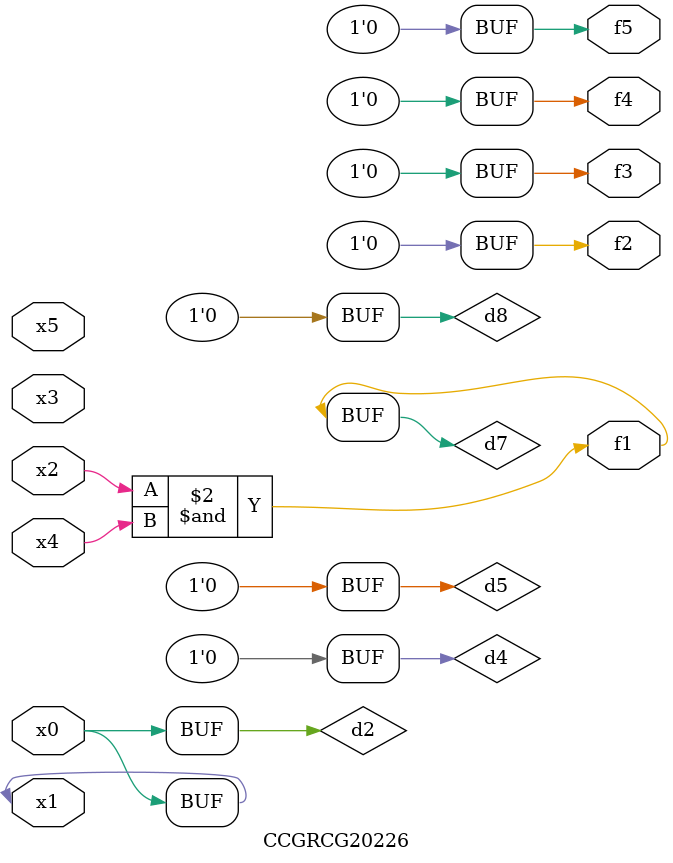
<source format=v>
module CCGRCG20226(
	input x0, x1, x2, x3, x4, x5,
	output f1, f2, f3, f4, f5
);

	wire d1, d2, d3, d4, d5, d6, d7, d8, d9;

	nand (d1, x1);
	buf (d2, x0, x1);
	nand (d3, x2, x4);
	and (d4, d1, d2);
	and (d5, d1, d2);
	nand (d6, d1, d3);
	not (d7, d3);
	xor (d8, d5);
	nor (d9, d5, d6);
	assign f1 = d7;
	assign f2 = d8;
	assign f3 = d8;
	assign f4 = d8;
	assign f5 = d8;
endmodule

</source>
